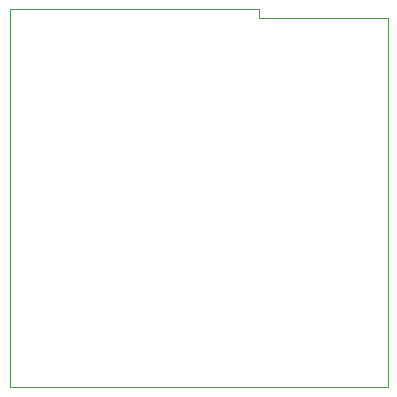
<source format=gbr>
%TF.GenerationSoftware,Altium Limited,Altium Designer,18.1.6 (161)*%
G04 Layer_Color=0*
%FSLAX26Y26*%
%MOIN*%
%TF.FileFunction,Profile,NP*%
%TF.Part,Single*%
G01*
G75*
%TA.AperFunction,Profile*%
%ADD88C,0.001000*%
D88*
X0Y0D02*
X1259842Y-0D01*
Y1230000D01*
X830000D01*
Y1259646D01*
X0D01*
Y0D01*
%TF.MD5,635a989f12fd5d38abbee9ff57930972*%
M02*

</source>
